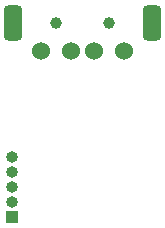
<source format=gbs>
G04 #@! TF.GenerationSoftware,KiCad,Pcbnew,(6.0.9)*
G04 #@! TF.CreationDate,2022-12-10T19:33:09+09:00*
G04 #@! TF.ProjectId,otaHID,6f746148-4944-42e6-9b69-6361645f7063,2.0*
G04 #@! TF.SameCoordinates,Original*
G04 #@! TF.FileFunction,Soldermask,Bot*
G04 #@! TF.FilePolarity,Negative*
%FSLAX46Y46*%
G04 Gerber Fmt 4.6, Leading zero omitted, Abs format (unit mm)*
G04 Created by KiCad (PCBNEW (6.0.9)) date 2022-12-10 19:33:09*
%MOMM*%
%LPD*%
G01*
G04 APERTURE LIST*
G04 Aperture macros list*
%AMRoundRect*
0 Rectangle with rounded corners*
0 $1 Rounding radius*
0 $2 $3 $4 $5 $6 $7 $8 $9 X,Y pos of 4 corners*
0 Add a 4 corners polygon primitive as box body*
4,1,4,$2,$3,$4,$5,$6,$7,$8,$9,$2,$3,0*
0 Add four circle primitives for the rounded corners*
1,1,$1+$1,$2,$3*
1,1,$1+$1,$4,$5*
1,1,$1+$1,$6,$7*
1,1,$1+$1,$8,$9*
0 Add four rect primitives between the rounded corners*
20,1,$1+$1,$2,$3,$4,$5,0*
20,1,$1+$1,$4,$5,$6,$7,0*
20,1,$1+$1,$6,$7,$8,$9,0*
20,1,$1+$1,$8,$9,$2,$3,0*%
G04 Aperture macros list end*
%ADD10R,1.000000X1.000000*%
%ADD11O,1.000000X1.000000*%
%ADD12C,1.000000*%
%ADD13C,1.524000*%
%ADD14RoundRect,0.400000X0.400000X1.100000X-0.400000X1.100000X-0.400000X-1.100000X0.400000X-1.100000X0*%
G04 APERTURE END LIST*
D10*
X-6000000Y-14000000D03*
D11*
X-6000000Y-12730000D03*
X-6000000Y-11460000D03*
X-6000000Y-10190000D03*
X-6000000Y-8920000D03*
D12*
X2250000Y2400000D03*
X-2250000Y2400000D03*
D13*
X-3500000Y0D03*
X-1000000Y0D03*
X1000000Y0D03*
X3500000Y0D03*
D14*
X5850000Y2400000D03*
X-5850000Y2400000D03*
M02*

</source>
